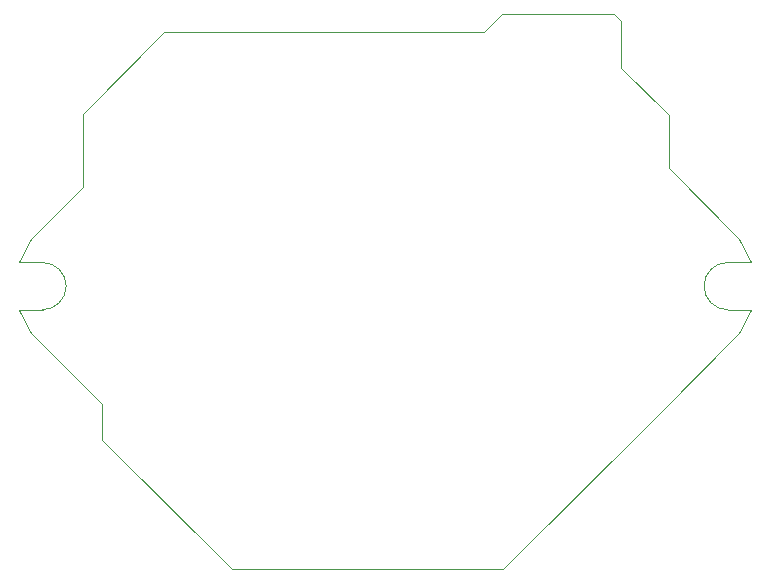
<source format=gbr>
G04 #@! TF.FileFunction,Profile,NP*
%FSLAX46Y46*%
G04 Gerber Fmt 4.6, Leading zero omitted, Abs format (unit mm)*
G04 Created by KiCad (PCBNEW 4.0.0~rc1a-stable) date sam. 21 nov. 2015 23:43:42 CET*
%MOMM*%
G01*
G04 APERTURE LIST*
%ADD10C,0.150000*%
%ADD11C,0.100000*%
G04 APERTURE END LIST*
D10*
D11*
X90400000Y-42000000D02*
X80900000Y-42000000D01*
X91000000Y-42600000D02*
X90400000Y-42000000D01*
X79400000Y-43500000D02*
X80900000Y-42000000D01*
X58000000Y-89000000D02*
X81000000Y-89000000D01*
X47000000Y-78000000D02*
X58000000Y-89000000D01*
X47000000Y-75000000D02*
X47000000Y-78000000D01*
X94000000Y-76000000D02*
X81000000Y-89000000D01*
X42000000Y-67000000D02*
G75*
G03X44000000Y-65000000I0J2000000D01*
G01*
X44000000Y-65000000D02*
G75*
G03X42000000Y-63000000I-2000000J0D01*
G01*
X40000000Y-63000000D02*
X42000000Y-63000000D01*
X40000000Y-67000000D02*
X42000000Y-67000000D01*
X100000000Y-63000000D02*
G75*
G03X98000000Y-65000000I0J-2000000D01*
G01*
X98000000Y-65000000D02*
G75*
G03X100000000Y-67000000I2000000J0D01*
G01*
X100000000Y-63000000D02*
X102000000Y-63000000D01*
X102000000Y-67000000D02*
X100000000Y-67000000D01*
X101000000Y-69000000D02*
X94000000Y-76000000D01*
X95000000Y-55000000D02*
X95000000Y-50500000D01*
X101000000Y-61000000D02*
X95000000Y-55000000D01*
X45400000Y-56600000D02*
X45400000Y-50400000D01*
X41000000Y-61000000D02*
X45400000Y-56600000D01*
X41000000Y-69000000D02*
X47000000Y-75000000D01*
X91000000Y-46500000D02*
X95000000Y-50500000D01*
X102000000Y-63000000D02*
X101000000Y-61000000D01*
X102000000Y-67000000D02*
X101000000Y-69000000D01*
X40000000Y-63000000D02*
X41000000Y-61000000D01*
X40000000Y-67000000D02*
X41000000Y-69000000D01*
X79400000Y-43500000D02*
X52300000Y-43500000D01*
X45400000Y-50400000D02*
X52300000Y-43500000D01*
X91000000Y-46500000D02*
X91000000Y-42600000D01*
M02*

</source>
